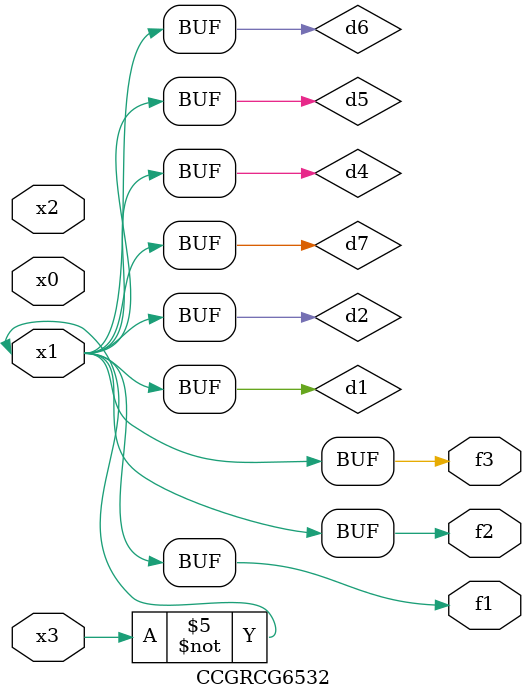
<source format=v>
module CCGRCG6532(
	input x0, x1, x2, x3,
	output f1, f2, f3
);

	wire d1, d2, d3, d4, d5, d6, d7;

	not (d1, x3);
	buf (d2, x1);
	xnor (d3, d1, d2);
	nor (d4, d1);
	buf (d5, d1, d2);
	buf (d6, d4, d5);
	nand (d7, d4);
	assign f1 = d6;
	assign f2 = d7;
	assign f3 = d6;
endmodule

</source>
